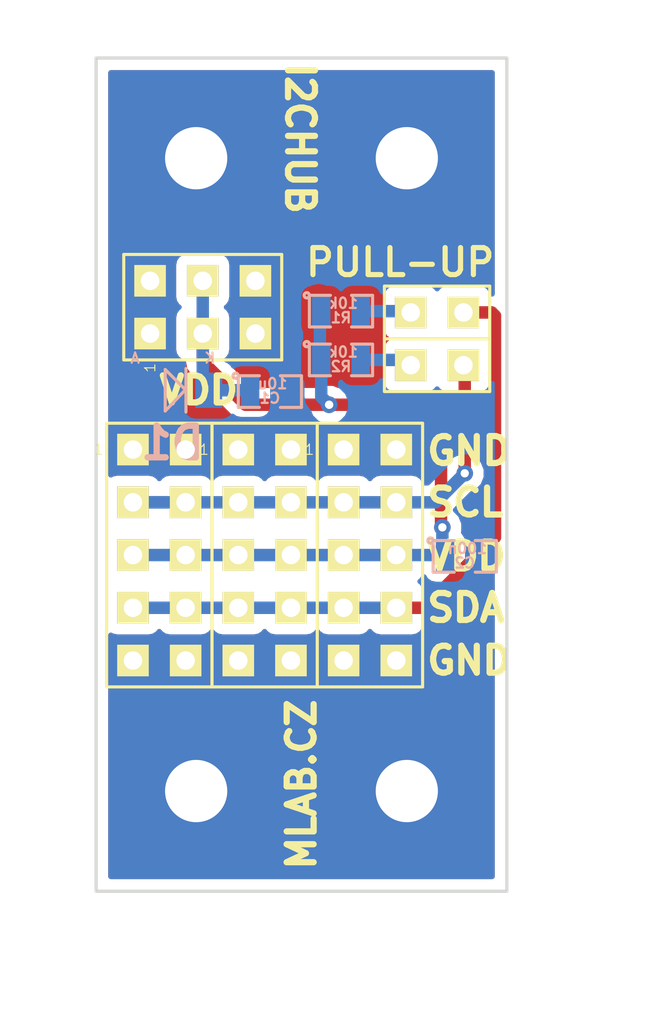
<source format=kicad_pcb>
(kicad_pcb (version 4) (host pcbnew 4.0.1-stable)

  (general
    (links 48)
    (no_connects 0)
    (area -4.3815 -43.18 27.114501 6.159501)
    (thickness 1.6)
    (drawings 13)
    (tracks 61)
    (zones 0)
    (modules 15)
    (nets 7)
  )

  (page A4)
  (layers
    (0 F.Cu signal)
    (31 B.Cu signal)
    (32 B.Adhes user)
    (33 F.Adhes user)
    (34 B.Paste user)
    (35 F.Paste user)
    (36 B.SilkS user)
    (37 F.SilkS user)
    (38 B.Mask user)
    (39 F.Mask user)
    (40 Dwgs.User user)
    (41 Cmts.User user)
    (42 Eco1.User user)
    (43 Eco2.User user)
    (44 Edge.Cuts user)
    (45 Margin user)
    (46 B.CrtYd user)
    (47 F.CrtYd user)
    (48 B.Fab user)
    (49 F.Fab user)
  )

  (setup
    (last_trace_width 0.25)
    (user_trace_width 0.3)
    (user_trace_width 0.4)
    (user_trace_width 0.5)
    (user_trace_width 0.6)
    (trace_clearance 0.2)
    (zone_clearance 0.508)
    (zone_45_only no)
    (trace_min 0.25)
    (segment_width 0.2)
    (edge_width 0.15)
    (via_size 0.8)
    (via_drill 0.4)
    (via_min_size 0.7)
    (via_min_drill 0.3)
    (uvia_size 0.3)
    (uvia_drill 0.1)
    (uvias_allowed no)
    (uvia_min_size 0.3)
    (uvia_min_drill 0.1)
    (pcb_text_width 0.3)
    (pcb_text_size 1.5 1.5)
    (mod_edge_width 0.15)
    (mod_text_size 1 1)
    (mod_text_width 0.15)
    (pad_size 1.524 1.524)
    (pad_drill 0.762)
    (pad_to_mask_clearance 0.1)
    (solder_mask_min_width 0.1)
    (aux_axis_origin 0 0)
    (visible_elements 7FFFFF7F)
    (pcbplotparams
      (layerselection 0x010e0_80000001)
      (usegerberextensions false)
      (excludeedgelayer true)
      (linewidth 0.500000)
      (plotframeref false)
      (viasonmask false)
      (mode 1)
      (useauxorigin false)
      (hpglpennumber 1)
      (hpglpenspeed 20)
      (hpglpendiameter 15)
      (hpglpenoverlay 2)
      (psnegative false)
      (psa4output false)
      (plotreference true)
      (plotvalue true)
      (plotinvisibletext false)
      (padsonsilk false)
      (subtractmaskfromsilk false)
      (outputformat 1)
      (mirror false)
      (drillshape 0)
      (scaleselection 1)
      (outputdirectory ../CAM_PROFI/))
  )

  (net 0 "")
  (net 1 VCC)
  (net 2 GND)
  (net 3 /SCL)
  (net 4 /SDA)
  (net 5 "Net-(J5-Pad1)")
  (net 6 "Net-(J6-Pad1)")

  (net_class Default "Toto je výchozí třída sítě."
    (clearance 0.2)
    (trace_width 0.25)
    (via_dia 0.8)
    (via_drill 0.4)
    (uvia_dia 0.3)
    (uvia_drill 0.1)
    (add_net /SCL)
    (add_net /SDA)
    (add_net GND)
    (add_net "Net-(J5-Pad1)")
    (add_net "Net-(J6-Pad1)")
    (add_net VCC)
  )

  (module Mlab_R:SMD-0805 (layer B.Cu) (tedit 54799E0C) (tstamp 57171457)
    (at 8.636 -24.3205)
    (path /57171090)
    (attr smd)
    (fp_text reference C1 (at 0 0.3175) (layer B.SilkS)
      (effects (font (size 0.50038 0.50038) (thickness 0.10922)) (justify mirror))
    )
    (fp_text value 10u (at 0.127 -0.381) (layer B.SilkS)
      (effects (font (size 0.50038 0.50038) (thickness 0.10922)) (justify mirror))
    )
    (fp_circle (center -1.651 -0.762) (end -1.651 -0.635) (layer B.SilkS) (width 0.15))
    (fp_line (start -0.508 -0.762) (end -1.524 -0.762) (layer B.SilkS) (width 0.15))
    (fp_line (start -1.524 -0.762) (end -1.524 0.762) (layer B.SilkS) (width 0.15))
    (fp_line (start -1.524 0.762) (end -0.508 0.762) (layer B.SilkS) (width 0.15))
    (fp_line (start 0.508 0.762) (end 1.524 0.762) (layer B.SilkS) (width 0.15))
    (fp_line (start 1.524 0.762) (end 1.524 -0.762) (layer B.SilkS) (width 0.15))
    (fp_line (start 1.524 -0.762) (end 0.508 -0.762) (layer B.SilkS) (width 0.15))
    (pad 1 smd rect (at -0.9525 0) (size 0.889 1.397) (layers B.Cu B.Paste B.Mask)
      (net 1 VCC))
    (pad 2 smd rect (at 0.9525 0) (size 0.889 1.397) (layers B.Cu B.Paste B.Mask)
      (net 2 GND))
    (model MLAB_3D/Resistors/chip_cms.wrl
      (at (xyz 0 0 0))
      (scale (xyz 0.1 0.1 0.1))
      (rotate (xyz 0 0 0))
    )
  )

  (module Mlab_R:SMD-0805 (layer B.Cu) (tedit 54799E0C) (tstamp 5717145D)
    (at 18.034 -16.383)
    (path /57171174)
    (attr smd)
    (fp_text reference C2 (at 0 0.3175) (layer B.SilkS)
      (effects (font (size 0.50038 0.50038) (thickness 0.10922)) (justify mirror))
    )
    (fp_text value 100n (at 0.127 -0.381) (layer B.SilkS)
      (effects (font (size 0.50038 0.50038) (thickness 0.10922)) (justify mirror))
    )
    (fp_circle (center -1.651 -0.762) (end -1.651 -0.635) (layer B.SilkS) (width 0.15))
    (fp_line (start -0.508 -0.762) (end -1.524 -0.762) (layer B.SilkS) (width 0.15))
    (fp_line (start -1.524 -0.762) (end -1.524 0.762) (layer B.SilkS) (width 0.15))
    (fp_line (start -1.524 0.762) (end -0.508 0.762) (layer B.SilkS) (width 0.15))
    (fp_line (start 0.508 0.762) (end 1.524 0.762) (layer B.SilkS) (width 0.15))
    (fp_line (start 1.524 0.762) (end 1.524 -0.762) (layer B.SilkS) (width 0.15))
    (fp_line (start 1.524 -0.762) (end 0.508 -0.762) (layer B.SilkS) (width 0.15))
    (pad 1 smd rect (at -0.9525 0) (size 0.889 1.397) (layers B.Cu B.Paste B.Mask)
      (net 1 VCC))
    (pad 2 smd rect (at 0.9525 0) (size 0.889 1.397) (layers B.Cu B.Paste B.Mask)
      (net 2 GND))
    (model MLAB_3D/Resistors/chip_cms.wrl
      (at (xyz 0 0 0))
      (scale (xyz 0.1 0.1 0.1))
      (rotate (xyz 0 0 0))
    )
  )

  (module Mlab_D:Diode-MiniMELF_Standard (layer B.Cu) (tedit 547999ED) (tstamp 57171463)
    (at 3.937 -24.384)
    (descr "Diode Mini-MELF Standard")
    (tags "Diode Mini-MELF Standard")
    (path /57170ED2)
    (attr smd)
    (fp_text reference D1 (at 0 2.54) (layer B.SilkS)
      (effects (font (thickness 0.3048)) (justify mirror))
    )
    (fp_text value BZV55C (at 0 -3.81) (layer B.SilkS) hide
      (effects (font (thickness 0.3048)) (justify mirror))
    )
    (fp_line (start 0.65024 -0.0508) (end -0.35052 1.00076) (layer B.SilkS) (width 0.15))
    (fp_line (start -0.35052 1.00076) (end -0.35052 -1.00076) (layer B.SilkS) (width 0.15))
    (fp_line (start -0.35052 -1.00076) (end 0.65024 0) (layer B.SilkS) (width 0.15))
    (fp_line (start 0.65024 1.04902) (end 0.65024 -1.04902) (layer B.SilkS) (width 0.15))
    (fp_text user A (at -1.80086 -1.5494) (layer B.SilkS)
      (effects (font (size 0.50038 0.50038) (thickness 0.09906)) (justify mirror))
    )
    (fp_text user K (at 1.80086 -1.5494) (layer B.SilkS)
      (effects (font (size 0.50038 0.50038) (thickness 0.09906)) (justify mirror))
    )
    (fp_circle (center 0 0) (end 0 -0.55118) (layer B.Adhes) (width 0.381))
    (fp_circle (center 0 0) (end 0 -0.20066) (layer B.Adhes) (width 0.381))
    (pad 1 smd rect (at -1.75006 0) (size 1.30048 1.69926) (layers B.Cu B.Paste B.Mask)
      (net 2 GND))
    (pad 2 smd rect (at 1.75006 0) (size 1.30048 1.69926) (layers B.Cu B.Paste B.Mask)
      (net 1 VCC))
    (model MLAB_3D/Diodes/MiniMELF_DO213AA.wrl
      (at (xyz 0 0 0))
      (scale (xyz 0.3937 0.3937 0.3937))
      (rotate (xyz 0 0 0))
    )
  )

  (module Mlab_Pin_Headers:Straight_2x03 (layer F.Cu) (tedit 55DC1460) (tstamp 5717146D)
    (at 5.3975 -28.3845 90)
    (descr "pin header straight 2x03")
    (tags "pin header straight 2x03")
    (path /57170F7D)
    (fp_text reference J1 (at 0 -5.08 90) (layer F.SilkS) hide
      (effects (font (size 1.5 1.5) (thickness 0.15)))
    )
    (fp_text value JUMP_3X2 (at 0 5.08 90) (layer F.SilkS) hide
      (effects (font (size 1.5 1.5) (thickness 0.15)))
    )
    (fp_text user 1 (at -2.921 -2.54 90) (layer F.SilkS)
      (effects (font (size 0.5 0.5) (thickness 0.05)))
    )
    (fp_line (start -2.54 -3.81) (end 2.54 -3.81) (layer F.SilkS) (width 0.15))
    (fp_line (start 2.54 -3.81) (end 2.54 3.81) (layer F.SilkS) (width 0.15))
    (fp_line (start 2.54 3.81) (end -2.54 3.81) (layer F.SilkS) (width 0.15))
    (fp_line (start -2.54 3.81) (end -2.54 -3.81) (layer F.SilkS) (width 0.15))
    (pad 1 thru_hole rect (at -1.27 -2.54 90) (size 1.524 1.524) (drill 0.889) (layers *.Cu *.Mask F.SilkS)
      (net 2 GND))
    (pad 2 thru_hole rect (at 1.27 -2.54 90) (size 1.524 1.524) (drill 0.889) (layers *.Cu *.Mask F.SilkS)
      (net 2 GND))
    (pad 3 thru_hole rect (at -1.27 0 90) (size 1.524 1.524) (drill 0.889) (layers *.Cu *.Mask F.SilkS)
      (net 1 VCC))
    (pad 4 thru_hole rect (at 1.27 0 90) (size 1.524 1.524) (drill 0.889) (layers *.Cu *.Mask F.SilkS)
      (net 1 VCC))
    (pad 5 thru_hole rect (at -1.27 2.54 90) (size 1.524 1.524) (drill 0.889) (layers *.Cu *.Mask F.SilkS)
      (net 2 GND))
    (pad 6 thru_hole rect (at 1.27 2.54 90) (size 1.524 1.524) (drill 0.889) (layers *.Cu *.Mask F.SilkS)
      (net 2 GND))
    (model Pin_Headers/Pin_Header_Straight_2x03.wrl
      (at (xyz 0 0 0))
      (scale (xyz 1 1 1))
      (rotate (xyz 0 0 90))
    )
  )

  (module Mlab_Pin_Headers:Straight_2x05 (layer F.Cu) (tedit 57171A84) (tstamp 5717147B)
    (at 13.462 -16.4465)
    (descr "pin header straight 2x05")
    (tags "pin header straight 2x05")
    (path /5717146E)
    (fp_text reference J2 (at 0 -7.62) (layer F.SilkS) hide
      (effects (font (size 1.5 1.5) (thickness 0.15)))
    )
    (fp_text value JUMP_5X2 (at 0 7.62) (layer F.SilkS) hide
      (effects (font (size 1.5 1.5) (thickness 0.15)))
    )
    (fp_text user 1 (at -2.921 -5.08) (layer F.SilkS)
      (effects (font (size 0.5 0.5) (thickness 0.05)))
    )
    (fp_line (start -2.54 -6.35) (end 2.54 -6.35) (layer F.SilkS) (width 0.15))
    (fp_line (start 2.54 -6.35) (end 2.54 6.35) (layer F.SilkS) (width 0.15))
    (fp_line (start 2.54 6.35) (end -2.54 6.35) (layer F.SilkS) (width 0.15))
    (fp_line (start -2.54 6.35) (end -2.54 -6.35) (layer F.SilkS) (width 0.15))
    (pad 1 thru_hole rect (at -1.27 -5.08) (size 1.524 1.524) (drill 0.889) (layers *.Cu *.Mask F.SilkS)
      (net 2 GND))
    (pad 2 thru_hole rect (at 1.27 -5.08) (size 1.524 1.524) (drill 0.889) (layers *.Cu *.Mask F.SilkS)
      (net 2 GND))
    (pad 3 thru_hole rect (at -1.27 -2.54) (size 1.524 1.524) (drill 0.889) (layers *.Cu *.Mask F.SilkS)
      (net 3 /SCL))
    (pad 4 thru_hole rect (at 1.27 -2.54) (size 1.524 1.524) (drill 0.889) (layers *.Cu *.Mask F.SilkS)
      (net 3 /SCL))
    (pad 5 thru_hole rect (at -1.27 0) (size 1.524 1.524) (drill 0.889) (layers *.Cu *.Mask F.SilkS)
      (net 1 VCC))
    (pad 6 thru_hole rect (at 1.27 0) (size 1.524 1.524) (drill 0.889) (layers *.Cu *.Mask F.SilkS)
      (net 1 VCC))
    (pad 7 thru_hole rect (at -1.27 2.54) (size 1.524 1.524) (drill 0.889) (layers *.Cu *.Mask F.SilkS)
      (net 4 /SDA))
    (pad 8 thru_hole rect (at 1.27 2.54) (size 1.524 1.524) (drill 0.889) (layers *.Cu *.Mask F.SilkS)
      (net 4 /SDA))
    (pad 9 thru_hole rect (at -1.27 5.08) (size 1.524 1.524) (drill 0.889) (layers *.Cu *.Mask F.SilkS)
      (net 2 GND))
    (pad 10 thru_hole rect (at 1.27 5.08) (size 1.524 1.524) (drill 0.889) (layers *.Cu *.Mask F.SilkS)
      (net 2 GND))
    (model Pin_Headers/Pin_Header_Straight_2x05.wrl
      (at (xyz 0 0 0))
      (scale (xyz 1 1 1))
      (rotate (xyz 0 0 90))
    )
  )

  (module Mlab_Pin_Headers:Straight_2x05 (layer F.Cu) (tedit 57171A87) (tstamp 57171489)
    (at 8.382 -16.4465)
    (descr "pin header straight 2x05")
    (tags "pin header straight 2x05")
    (path /57171BD0)
    (fp_text reference J3 (at 0 -7.62) (layer F.SilkS) hide
      (effects (font (size 1.5 1.5) (thickness 0.15)))
    )
    (fp_text value JUMP_5X2 (at 0 7.62) (layer F.SilkS) hide
      (effects (font (size 1.5 1.5) (thickness 0.15)))
    )
    (fp_text user 1 (at -2.921 -5.08) (layer F.SilkS)
      (effects (font (size 0.5 0.5) (thickness 0.05)))
    )
    (fp_line (start -2.54 -6.35) (end 2.54 -6.35) (layer F.SilkS) (width 0.15))
    (fp_line (start 2.54 -6.35) (end 2.54 6.35) (layer F.SilkS) (width 0.15))
    (fp_line (start 2.54 6.35) (end -2.54 6.35) (layer F.SilkS) (width 0.15))
    (fp_line (start -2.54 6.35) (end -2.54 -6.35) (layer F.SilkS) (width 0.15))
    (pad 1 thru_hole rect (at -1.27 -5.08) (size 1.524 1.524) (drill 0.889) (layers *.Cu *.Mask F.SilkS)
      (net 2 GND))
    (pad 2 thru_hole rect (at 1.27 -5.08) (size 1.524 1.524) (drill 0.889) (layers *.Cu *.Mask F.SilkS)
      (net 2 GND))
    (pad 3 thru_hole rect (at -1.27 -2.54) (size 1.524 1.524) (drill 0.889) (layers *.Cu *.Mask F.SilkS)
      (net 3 /SCL))
    (pad 4 thru_hole rect (at 1.27 -2.54) (size 1.524 1.524) (drill 0.889) (layers *.Cu *.Mask F.SilkS)
      (net 3 /SCL))
    (pad 5 thru_hole rect (at -1.27 0) (size 1.524 1.524) (drill 0.889) (layers *.Cu *.Mask F.SilkS)
      (net 1 VCC))
    (pad 6 thru_hole rect (at 1.27 0) (size 1.524 1.524) (drill 0.889) (layers *.Cu *.Mask F.SilkS)
      (net 1 VCC))
    (pad 7 thru_hole rect (at -1.27 2.54) (size 1.524 1.524) (drill 0.889) (layers *.Cu *.Mask F.SilkS)
      (net 4 /SDA))
    (pad 8 thru_hole rect (at 1.27 2.54) (size 1.524 1.524) (drill 0.889) (layers *.Cu *.Mask F.SilkS)
      (net 4 /SDA))
    (pad 9 thru_hole rect (at -1.27 5.08) (size 1.524 1.524) (drill 0.889) (layers *.Cu *.Mask F.SilkS)
      (net 2 GND))
    (pad 10 thru_hole rect (at 1.27 5.08) (size 1.524 1.524) (drill 0.889) (layers *.Cu *.Mask F.SilkS)
      (net 2 GND))
    (model Pin_Headers/Pin_Header_Straight_2x05.wrl
      (at (xyz 0 0 0))
      (scale (xyz 1 1 1))
      (rotate (xyz 0 0 90))
    )
  )

  (module Mlab_Pin_Headers:Straight_2x05 (layer F.Cu) (tedit 57171A89) (tstamp 57171497)
    (at 3.302 -16.4465)
    (descr "pin header straight 2x05")
    (tags "pin header straight 2x05")
    (path /57171EE0)
    (fp_text reference J4 (at 0 -7.62) (layer F.SilkS) hide
      (effects (font (size 1.5 1.5) (thickness 0.15)))
    )
    (fp_text value JUMP_5X2 (at 0 7.62) (layer F.SilkS) hide
      (effects (font (size 1.5 1.5) (thickness 0.15)))
    )
    (fp_text user 1 (at -2.921 -5.08) (layer F.SilkS)
      (effects (font (size 0.5 0.5) (thickness 0.05)))
    )
    (fp_line (start -2.54 -6.35) (end 2.54 -6.35) (layer F.SilkS) (width 0.15))
    (fp_line (start 2.54 -6.35) (end 2.54 6.35) (layer F.SilkS) (width 0.15))
    (fp_line (start 2.54 6.35) (end -2.54 6.35) (layer F.SilkS) (width 0.15))
    (fp_line (start -2.54 6.35) (end -2.54 -6.35) (layer F.SilkS) (width 0.15))
    (pad 1 thru_hole rect (at -1.27 -5.08) (size 1.524 1.524) (drill 0.889) (layers *.Cu *.Mask F.SilkS)
      (net 2 GND))
    (pad 2 thru_hole rect (at 1.27 -5.08) (size 1.524 1.524) (drill 0.889) (layers *.Cu *.Mask F.SilkS)
      (net 2 GND))
    (pad 3 thru_hole rect (at -1.27 -2.54) (size 1.524 1.524) (drill 0.889) (layers *.Cu *.Mask F.SilkS)
      (net 3 /SCL))
    (pad 4 thru_hole rect (at 1.27 -2.54) (size 1.524 1.524) (drill 0.889) (layers *.Cu *.Mask F.SilkS)
      (net 3 /SCL))
    (pad 5 thru_hole rect (at -1.27 0) (size 1.524 1.524) (drill 0.889) (layers *.Cu *.Mask F.SilkS)
      (net 1 VCC))
    (pad 6 thru_hole rect (at 1.27 0) (size 1.524 1.524) (drill 0.889) (layers *.Cu *.Mask F.SilkS)
      (net 1 VCC))
    (pad 7 thru_hole rect (at -1.27 2.54) (size 1.524 1.524) (drill 0.889) (layers *.Cu *.Mask F.SilkS)
      (net 4 /SDA))
    (pad 8 thru_hole rect (at 1.27 2.54) (size 1.524 1.524) (drill 0.889) (layers *.Cu *.Mask F.SilkS)
      (net 4 /SDA))
    (pad 9 thru_hole rect (at -1.27 5.08) (size 1.524 1.524) (drill 0.889) (layers *.Cu *.Mask F.SilkS)
      (net 2 GND))
    (pad 10 thru_hole rect (at 1.27 5.08) (size 1.524 1.524) (drill 0.889) (layers *.Cu *.Mask F.SilkS)
      (net 2 GND))
    (model Pin_Headers/Pin_Header_Straight_2x05.wrl
      (at (xyz 0 0 0))
      (scale (xyz 1 1 1))
      (rotate (xyz 0 0 90))
    )
  )

  (module Mlab_Pin_Headers:Straight_1x02 (layer F.Cu) (tedit 5535DB0D) (tstamp 5717149D)
    (at 16.7005 -28.1305 90)
    (descr "pin header straight 1x02")
    (tags "pin header straight 1x02")
    (path /5717206A)
    (fp_text reference J5 (at 0 -3.81 90) (layer F.SilkS) hide
      (effects (font (size 1.5 1.5) (thickness 0.15)))
    )
    (fp_text value CONN_2 (at 0 3.81 90) (layer F.SilkS) hide
      (effects (font (size 1.5 1.5) (thickness 0.15)))
    )
    (fp_text user 1 (at -1.651 -1.27 90) (layer F.SilkS) hide
      (effects (font (size 0.5 0.5) (thickness 0.05)))
    )
    (fp_line (start -1.27 -2.54) (end 1.27 -2.54) (layer F.SilkS) (width 0.15))
    (fp_line (start 1.27 -2.54) (end 1.27 2.54) (layer F.SilkS) (width 0.15))
    (fp_line (start 1.27 2.54) (end -1.27 2.54) (layer F.SilkS) (width 0.15))
    (fp_line (start -1.27 2.54) (end -1.27 -2.54) (layer F.SilkS) (width 0.15))
    (pad 2 thru_hole rect (at 0 1.27 90) (size 1.524 1.524) (drill 0.889) (layers *.Cu *.Mask F.SilkS)
      (net 4 /SDA))
    (pad 1 thru_hole rect (at 0 -1.27 90) (size 1.524 1.524) (drill 0.889) (layers *.Cu *.Mask F.SilkS)
      (net 5 "Net-(J5-Pad1)"))
    (model Pin_Headers/Pin_Header_Straight_1x02.wrl
      (at (xyz 0 0 0))
      (scale (xyz 1 1 1))
      (rotate (xyz 0 0 90))
    )
  )

  (module Mlab_Pin_Headers:Straight_1x02 (layer F.Cu) (tedit 5535DB0D) (tstamp 571714A3)
    (at 16.7005 -25.5905 90)
    (descr "pin header straight 1x02")
    (tags "pin header straight 1x02")
    (path /57172A33)
    (fp_text reference J6 (at 0 -3.81 90) (layer F.SilkS) hide
      (effects (font (size 1.5 1.5) (thickness 0.15)))
    )
    (fp_text value CONN_2 (at 0 3.81 90) (layer F.SilkS) hide
      (effects (font (size 1.5 1.5) (thickness 0.15)))
    )
    (fp_text user 1 (at -1.651 -1.27 90) (layer F.SilkS) hide
      (effects (font (size 0.5 0.5) (thickness 0.05)))
    )
    (fp_line (start -1.27 -2.54) (end 1.27 -2.54) (layer F.SilkS) (width 0.15))
    (fp_line (start 1.27 -2.54) (end 1.27 2.54) (layer F.SilkS) (width 0.15))
    (fp_line (start 1.27 2.54) (end -1.27 2.54) (layer F.SilkS) (width 0.15))
    (fp_line (start -1.27 2.54) (end -1.27 -2.54) (layer F.SilkS) (width 0.15))
    (pad 2 thru_hole rect (at 0 1.27 90) (size 1.524 1.524) (drill 0.889) (layers *.Cu *.Mask F.SilkS)
      (net 3 /SCL))
    (pad 1 thru_hole rect (at 0 -1.27 90) (size 1.524 1.524) (drill 0.889) (layers *.Cu *.Mask F.SilkS)
      (net 6 "Net-(J6-Pad1)"))
    (model Pin_Headers/Pin_Header_Straight_1x02.wrl
      (at (xyz 0 0 0))
      (scale (xyz 1 1 1))
      (rotate (xyz 0 0 90))
    )
  )

  (module Mlab_R:SMD-0805 (layer B.Cu) (tedit 54799E0C) (tstamp 571714A9)
    (at 12.065 -28.194)
    (path /571722B3)
    (attr smd)
    (fp_text reference R1 (at 0 0.3175) (layer B.SilkS)
      (effects (font (size 0.50038 0.50038) (thickness 0.10922)) (justify mirror))
    )
    (fp_text value 10k (at 0.127 -0.381) (layer B.SilkS)
      (effects (font (size 0.50038 0.50038) (thickness 0.10922)) (justify mirror))
    )
    (fp_circle (center -1.651 -0.762) (end -1.651 -0.635) (layer B.SilkS) (width 0.15))
    (fp_line (start -0.508 -0.762) (end -1.524 -0.762) (layer B.SilkS) (width 0.15))
    (fp_line (start -1.524 -0.762) (end -1.524 0.762) (layer B.SilkS) (width 0.15))
    (fp_line (start -1.524 0.762) (end -0.508 0.762) (layer B.SilkS) (width 0.15))
    (fp_line (start 0.508 0.762) (end 1.524 0.762) (layer B.SilkS) (width 0.15))
    (fp_line (start 1.524 0.762) (end 1.524 -0.762) (layer B.SilkS) (width 0.15))
    (fp_line (start 1.524 -0.762) (end 0.508 -0.762) (layer B.SilkS) (width 0.15))
    (pad 1 smd rect (at -0.9525 0) (size 0.889 1.397) (layers B.Cu B.Paste B.Mask)
      (net 1 VCC))
    (pad 2 smd rect (at 0.9525 0) (size 0.889 1.397) (layers B.Cu B.Paste B.Mask)
      (net 5 "Net-(J5-Pad1)"))
    (model MLAB_3D/Resistors/chip_cms.wrl
      (at (xyz 0 0 0))
      (scale (xyz 0.1 0.1 0.1))
      (rotate (xyz 0 0 0))
    )
  )

  (module Mlab_R:SMD-0805 (layer B.Cu) (tedit 54799E0C) (tstamp 571714AF)
    (at 12.065 -25.8445)
    (path /57172A39)
    (attr smd)
    (fp_text reference R2 (at 0 0.3175) (layer B.SilkS)
      (effects (font (size 0.50038 0.50038) (thickness 0.10922)) (justify mirror))
    )
    (fp_text value 10k (at 0.127 -0.381) (layer B.SilkS)
      (effects (font (size 0.50038 0.50038) (thickness 0.10922)) (justify mirror))
    )
    (fp_circle (center -1.651 -0.762) (end -1.651 -0.635) (layer B.SilkS) (width 0.15))
    (fp_line (start -0.508 -0.762) (end -1.524 -0.762) (layer B.SilkS) (width 0.15))
    (fp_line (start -1.524 -0.762) (end -1.524 0.762) (layer B.SilkS) (width 0.15))
    (fp_line (start -1.524 0.762) (end -0.508 0.762) (layer B.SilkS) (width 0.15))
    (fp_line (start 0.508 0.762) (end 1.524 0.762) (layer B.SilkS) (width 0.15))
    (fp_line (start 1.524 0.762) (end 1.524 -0.762) (layer B.SilkS) (width 0.15))
    (fp_line (start 1.524 -0.762) (end 0.508 -0.762) (layer B.SilkS) (width 0.15))
    (pad 1 smd rect (at -0.9525 0) (size 0.889 1.397) (layers B.Cu B.Paste B.Mask)
      (net 1 VCC))
    (pad 2 smd rect (at 0.9525 0) (size 0.889 1.397) (layers B.Cu B.Paste B.Mask)
      (net 6 "Net-(J6-Pad1)"))
    (model MLAB_3D/Resistors/chip_cms.wrl
      (at (xyz 0 0 0))
      (scale (xyz 0.1 0.1 0.1))
      (rotate (xyz 0 0 0))
    )
  )

  (module Mlab_Mechanical:MountingHole_3mm placed (layer F.Cu) (tedit 5535DB2C) (tstamp 57171523)
    (at 5.08 -35.56)
    (descr "Mounting hole, Befestigungsbohrung, 3mm, No Annular, Kein Restring,")
    (tags "Mounting hole, Befestigungsbohrung, 3mm, No Annular, Kein Restring,")
    (path /57171550)
    (fp_text reference M1 (at 0 -4.191) (layer F.SilkS) hide
      (effects (font (thickness 0.3048)))
    )
    (fp_text value HOLE (at 0 4.191) (layer F.SilkS) hide
      (effects (font (thickness 0.3048)))
    )
    (fp_circle (center 0 0) (end 2.99974 0) (layer Cmts.User) (width 0.381))
    (pad 1 thru_hole circle (at 0 0) (size 6 6) (drill 3) (layers *.Cu *.Adhes *.Mask)
      (net 2 GND) (clearance 1) (zone_connect 2))
  )

  (module Mlab_Mechanical:MountingHole_3mm placed (layer F.Cu) (tedit 5535DB2C) (tstamp 57171528)
    (at 15.24 -35.56)
    (descr "Mounting hole, Befestigungsbohrung, 3mm, No Annular, Kein Restring,")
    (tags "Mounting hole, Befestigungsbohrung, 3mm, No Annular, Kein Restring,")
    (path /57171FF5)
    (fp_text reference M2 (at 0 -4.191) (layer F.SilkS) hide
      (effects (font (thickness 0.3048)))
    )
    (fp_text value HOLE (at 0 4.191) (layer F.SilkS) hide
      (effects (font (thickness 0.3048)))
    )
    (fp_circle (center 0 0) (end 2.99974 0) (layer Cmts.User) (width 0.381))
    (pad 1 thru_hole circle (at 0 0) (size 6 6) (drill 3) (layers *.Cu *.Adhes *.Mask)
      (net 2 GND) (clearance 1) (zone_connect 2))
  )

  (module Mlab_Mechanical:MountingHole_3mm placed (layer F.Cu) (tedit 5535DB2C) (tstamp 5717152D)
    (at 15.24 -5.08)
    (descr "Mounting hole, Befestigungsbohrung, 3mm, No Annular, Kein Restring,")
    (tags "Mounting hole, Befestigungsbohrung, 3mm, No Annular, Kein Restring,")
    (path /57171F7F)
    (fp_text reference M3 (at 0 -4.191) (layer F.SilkS) hide
      (effects (font (thickness 0.3048)))
    )
    (fp_text value HOLE (at 0 4.191) (layer F.SilkS) hide
      (effects (font (thickness 0.3048)))
    )
    (fp_circle (center 0 0) (end 2.99974 0) (layer Cmts.User) (width 0.381))
    (pad 1 thru_hole circle (at 0 0) (size 6 6) (drill 3) (layers *.Cu *.Adhes *.Mask)
      (net 2 GND) (clearance 1) (zone_connect 2))
  )

  (module Mlab_Mechanical:MountingHole_3mm placed (layer F.Cu) (tedit 5535DB2C) (tstamp 57171532)
    (at 5.08 -5.08)
    (descr "Mounting hole, Befestigungsbohrung, 3mm, No Annular, Kein Restring,")
    (tags "Mounting hole, Befestigungsbohrung, 3mm, No Annular, Kein Restring,")
    (path /57172003)
    (fp_text reference M4 (at 0 -4.191) (layer F.SilkS) hide
      (effects (font (thickness 0.3048)))
    )
    (fp_text value HOLE (at 0 4.191) (layer F.SilkS) hide
      (effects (font (thickness 0.3048)))
    )
    (fp_circle (center 0 0) (end 2.99974 0) (layer Cmts.User) (width 0.381))
    (pad 1 thru_hole circle (at 0 0) (size 6 6) (drill 3) (layers *.Cu *.Adhes *.Mask)
      (net 2 GND) (clearance 1) (zone_connect 2))
  )

  (gr_text I2CHUB (at 10.0965 -36.5125 270) (layer F.SilkS)
    (effects (font (size 1.3 1.3) (thickness 0.3)))
  )
  (gr_text MLAB.CZ (at 10.16 -5.3975 90) (layer F.SilkS)
    (effects (font (size 1.3 1.3) (thickness 0.3)))
  )
  (gr_text GND (at 16.0655 -11.3665) (layer F.SilkS)
    (effects (font (size 1.3 1.3) (thickness 0.3)) (justify left))
  )
  (gr_text SDA (at 16.0655 -13.9065) (layer F.SilkS)
    (effects (font (size 1.3 1.3) (thickness 0.3)) (justify left))
  )
  (gr_text GND (at 16.0655 -21.463) (layer F.SilkS)
    (effects (font (size 1.3 1.3) (thickness 0.3)) (justify left))
  )
  (gr_text SCL (at 16.0655 -18.9865) (layer F.SilkS)
    (effects (font (size 1.3 1.3) (thickness 0.3)) (justify left))
  )
  (gr_text VDD (at 16.0655 -16.383) (layer F.SilkS)
    (effects (font (size 1.3 1.3) (thickness 0.3)) (justify left))
  )
  (gr_text PULL-UP (at 14.9225 -30.5435) (layer F.SilkS)
    (effects (font (size 1.3 1.3) (thickness 0.25)))
  )
  (gr_text VDD (at 5.207 -24.384) (layer F.SilkS)
    (effects (font (size 1.3 1.3) (thickness 0.3)))
  )
  (gr_line (start 0.254 -0.254) (end 0.254 -40.386) (angle 90) (layer Edge.Cuts) (width 0.15))
  (gr_line (start 0.254 -0.254) (end 20.066 -0.254) (angle 90) (layer Edge.Cuts) (width 0.15))
  (gr_line (start 20.066 -40.386) (end 20.066 -0.254) (angle 90) (layer Edge.Cuts) (width 0.15))
  (gr_line (start 0.254 -40.386) (end 20.066 -40.386) (angle 90) (layer Edge.Cuts) (width 0.15))

  (segment (start 16.9545 -17.78) (end 16.9545 -16.51) (width 0.6) (layer B.Cu) (net 1))
  (segment (start 16.9545 -16.51) (end 17.0815 -16.383) (width 0.6) (layer B.Cu) (net 1))
  (segment (start 16.891 -23.114) (end 16.891 -17.8435) (width 0.6) (layer F.Cu) (net 1))
  (segment (start 16.891 -17.8435) (end 16.9545 -17.78) (width 0.6) (layer F.Cu) (net 1))
  (via (at 16.9545 -17.78) (size 0.8) (drill 0.4) (layers F.Cu B.Cu) (net 1))
  (segment (start 14.997002 -23.6855) (end 16.3195 -23.6855) (width 0.6) (layer F.Cu) (net 1))
  (segment (start 16.3195 -23.6855) (end 16.891 -23.114) (width 0.6) (layer F.Cu) (net 1))
  (segment (start 11.4935 -23.6855) (end 14.997002 -23.6855) (width 0.6) (layer F.Cu) (net 1))
  (segment (start 16.891 -16.5735) (end 17.0815 -16.383) (width 0.6) (layer B.Cu) (net 1))
  (segment (start 11.1125 -25.8445) (end 11.1125 -24.0665) (width 0.6) (layer B.Cu) (net 1))
  (segment (start 11.1125 -24.0665) (end 11.4935 -23.6855) (width 0.6) (layer B.Cu) (net 1))
  (via (at 11.4935 -23.6855) (size 0.8) (drill 0.4) (layers F.Cu B.Cu) (net 1))
  (segment (start 11.4935 -23.6855) (end 7.4645 -23.6855) (width 0.6) (layer F.Cu) (net 1))
  (segment (start 7.4645 -23.6855) (end 5.3975 -25.7525) (width 0.6) (layer F.Cu) (net 1))
  (segment (start 5.3975 -25.7525) (end 5.3975 -27.1145) (width 0.6) (layer F.Cu) (net 1))
  (via (at 11.4935 -23.6855) (size 0.8) (drill 0.4) (layers F.Cu B.Cu) (net 1))
  (segment (start 14.732 -16.4465) (end 17.018 -16.4465) (width 0.6) (layer B.Cu) (net 1))
  (segment (start 17.018 -16.4465) (end 17.0815 -16.383) (width 0.6) (layer B.Cu) (net 1))
  (segment (start 7.112 -16.4465) (end 14.732 -16.4465) (width 0.6) (layer B.Cu) (net 1))
  (segment (start 7.112 -16.4465) (end 8.001 -16.4465) (width 0.5) (layer B.Cu) (net 1))
  (segment (start 8.001 -16.4465) (end 9.652 -16.4465) (width 0.5) (layer B.Cu) (net 1))
  (segment (start 4.572 -16.4465) (end 8.001 -16.4465) (width 0.6) (layer B.Cu) (net 1))
  (segment (start 2.032 -16.4465) (end 4.572 -16.4465) (width 0.6) (layer B.Cu) (net 1))
  (segment (start 11.049 -28.6385) (end 11.049 -26.2255) (width 0.6) (layer B.Cu) (net 1))
  (segment (start 10.9855 -28.702) (end 11.049 -28.6385) (width 0.6) (layer B.Cu) (net 1))
  (segment (start 5.68706 -24.384) (end 7.62 -24.384) (width 0.6) (layer B.Cu) (net 1))
  (segment (start 7.62 -24.384) (end 7.6835 -24.3205) (width 0.6) (layer B.Cu) (net 1))
  (segment (start 5.3975 -27.1145) (end 5.3975 -24.67356) (width 0.6) (layer B.Cu) (net 1))
  (segment (start 5.3975 -24.67356) (end 5.68706 -24.384) (width 0.6) (layer B.Cu) (net 1))
  (segment (start 5.3975 -29.6545) (end 5.3975 -27.1145) (width 0.6) (layer B.Cu) (net 1))
  (segment (start 12.192 -16.4465) (end 14.732 -16.4465) (width 0.5) (layer B.Cu) (net 1))
  (segment (start 9.652 -16.4465) (end 12.192 -16.4465) (width 0.5) (layer B.Cu) (net 1))
  (segment (start 4.572 -16.4465) (end 7.112 -16.4465) (width 0.5) (layer B.Cu) (net 1))
  (segment (start 18.034 -20.3835) (end 18.034 -25.527) (width 0.6) (layer F.Cu) (net 3))
  (segment (start 18.034 -25.527) (end 17.9705 -25.5905) (width 0.6) (layer F.Cu) (net 3))
  (segment (start 14.732 -18.9865) (end 16.637 -18.9865) (width 0.6) (layer B.Cu) (net 3))
  (segment (start 16.637 -18.9865) (end 18.034 -20.3835) (width 0.6) (layer B.Cu) (net 3))
  (via (at 18.034 -20.3835) (size 0.8) (drill 0.4) (layers F.Cu B.Cu) (net 3))
  (segment (start 17.907 -25.527) (end 17.9705 -25.5905) (width 0.6) (layer F.Cu) (net 3))
  (segment (start 9.652 -18.9865) (end 12.192 -18.9865) (width 0.6) (layer B.Cu) (net 3))
  (segment (start 7.112 -18.9865) (end 9.652 -18.9865) (width 0.6) (layer B.Cu) (net 3))
  (segment (start 4.572 -18.9865) (end 7.112 -18.9865) (width 0.6) (layer B.Cu) (net 3))
  (segment (start 2.032 -18.9865) (end 4.572 -18.9865) (width 0.6) (layer B.Cu) (net 3))
  (segment (start 3.683 -18.9865) (end 4.572 -18.9865) (width 0.5) (layer B.Cu) (net 3))
  (segment (start 2.032 -18.9865) (end 3.683 -18.9865) (width 0.6) (layer B.Cu) (net 3))
  (segment (start 14.732 -18.9865) (end 12.192 -18.9865) (width 0.6) (layer B.Cu) (net 3))
  (segment (start 17.9705 -28.1305) (end 19.3325 -28.1305) (width 0.6) (layer F.Cu) (net 4))
  (segment (start 19.3325 -28.1305) (end 19.4945 -27.9685) (width 0.6) (layer F.Cu) (net 4))
  (segment (start 19.4945 -17.307) (end 16.094 -13.9065) (width 0.6) (layer F.Cu) (net 4))
  (segment (start 19.4945 -27.9685) (end 19.4945 -17.307) (width 0.6) (layer F.Cu) (net 4))
  (segment (start 16.094 -13.9065) (end 14.732 -13.9065) (width 0.6) (layer F.Cu) (net 4))
  (segment (start 2.032 -13.9065) (end 14.732 -13.9065) (width 0.6) (layer B.Cu) (net 4))
  (segment (start 12.192 -13.9065) (end 14.732 -13.9065) (width 0.5) (layer B.Cu) (net 4))
  (segment (start 9.652 -13.9065) (end 12.192 -13.9065) (width 0.5) (layer B.Cu) (net 4))
  (segment (start 7.112 -13.9065) (end 9.652 -13.9065) (width 0.5) (layer B.Cu) (net 4))
  (segment (start 4.572 -13.9065) (end 7.112 -13.9065) (width 0.5) (layer B.Cu) (net 4))
  (segment (start 2.032 -13.9065) (end 4.572 -13.9065) (width 0.5) (layer B.Cu) (net 4))
  (segment (start 13.0175 -28.194) (end 15.367 -28.194) (width 0.6) (layer B.Cu) (net 5))
  (segment (start 15.367 -28.194) (end 15.4305 -28.1305) (width 0.6) (layer B.Cu) (net 5))
  (segment (start 13.0175 -25.8445) (end 15.1765 -25.8445) (width 0.6) (layer B.Cu) (net 6))
  (segment (start 15.1765 -25.8445) (end 15.4305 -25.5905) (width 0.6) (layer B.Cu) (net 6))

  (zone (net 2) (net_name GND) (layer B.Cu) (tstamp 0) (hatch edge 0.508)
    (connect_pads yes (clearance 0.508))
    (min_thickness 0.254)
    (fill yes (arc_segments 16) (thermal_gap 0.508) (thermal_bridge_width 0.508))
    (polygon
      (pts
        (xy -1.2065 -41.148) (xy 21.844 -41.021) (xy 24.638 2.667) (xy -3.683 2.667)
      )
    )
    (filled_polygon
      (pts
        (xy 19.356 -29.01973) (xy 19.335662 -29.127817) (xy 19.19659 -29.343941) (xy 18.98439 -29.488931) (xy 18.7325 -29.53994)
        (xy 17.2085 -29.53994) (xy 16.973183 -29.495662) (xy 16.757059 -29.35659) (xy 16.701126 -29.27473) (xy 16.65659 -29.343941)
        (xy 16.44439 -29.488931) (xy 16.1925 -29.53994) (xy 14.6685 -29.53994) (xy 14.433183 -29.495662) (xy 14.217059 -29.35659)
        (xy 14.072069 -29.14439) (xy 14.068952 -29.129) (xy 14.064401 -29.129) (xy 13.92609 -29.343941) (xy 13.71389 -29.488931)
        (xy 13.462 -29.53994) (xy 12.573 -29.53994) (xy 12.337683 -29.495662) (xy 12.121559 -29.35659) (xy 12.065626 -29.27473)
        (xy 12.02109 -29.343941) (xy 11.80889 -29.488931) (xy 11.557 -29.53994) (xy 11.382052 -29.53994) (xy 11.343309 -29.565827)
        (xy 10.9855 -29.637) (xy 10.627691 -29.565827) (xy 10.55796 -29.519235) (xy 10.432683 -29.495662) (xy 10.216559 -29.35659)
        (xy 10.071569 -29.14439) (xy 10.02056 -28.8925) (xy 10.02056 -27.4955) (xy 10.064838 -27.260183) (xy 10.114 -27.183783)
        (xy 10.114 -26.85699) (xy 10.071569 -26.79489) (xy 10.02056 -26.543) (xy 10.02056 -25.146) (xy 10.064838 -24.910683)
        (xy 10.1775 -24.735601) (xy 10.1775 -24.0665) (xy 10.248673 -23.708691) (xy 10.451355 -23.405355) (xy 10.516158 -23.340552)
        (xy 10.615558 -23.099985) (xy 10.906454 -22.808581) (xy 11.286723 -22.65068) (xy 11.698471 -22.650321) (xy 12.079015 -22.807558)
        (xy 12.370419 -23.098454) (xy 12.52832 -23.478723) (xy 12.528679 -23.890471) (xy 12.371442 -24.271015) (xy 12.080546 -24.562419)
        (xy 12.0475 -24.576141) (xy 12.0475 -24.739075) (xy 12.064374 -24.76377) (xy 12.10891 -24.694559) (xy 12.32111 -24.549569)
        (xy 12.573 -24.49856) (xy 13.462 -24.49856) (xy 13.697317 -24.542838) (xy 13.913441 -24.68191) (xy 14.02106 -24.839416)
        (xy 14.02106 -24.8285) (xy 14.065338 -24.593183) (xy 14.20441 -24.377059) (xy 14.41661 -24.232069) (xy 14.6685 -24.18106)
        (xy 16.1925 -24.18106) (xy 16.427817 -24.225338) (xy 16.643941 -24.36441) (xy 16.699874 -24.44627) (xy 16.74441 -24.377059)
        (xy 16.95661 -24.232069) (xy 17.2085 -24.18106) (xy 18.7325 -24.18106) (xy 18.967817 -24.225338) (xy 19.183941 -24.36441)
        (xy 19.328931 -24.57661) (xy 19.356 -24.710281) (xy 19.356 -0.964) (xy 0.964 -0.964) (xy 0.964 -12.585041)
        (xy 1.01811 -12.548069) (xy 1.27 -12.49706) (xy 2.794 -12.49706) (xy 3.029317 -12.541338) (xy 3.245441 -12.68041)
        (xy 3.301374 -12.76227) (xy 3.34591 -12.693059) (xy 3.55811 -12.548069) (xy 3.81 -12.49706) (xy 5.334 -12.49706)
        (xy 5.569317 -12.541338) (xy 5.785441 -12.68041) (xy 5.841374 -12.76227) (xy 5.88591 -12.693059) (xy 6.09811 -12.548069)
        (xy 6.35 -12.49706) (xy 7.874 -12.49706) (xy 8.109317 -12.541338) (xy 8.325441 -12.68041) (xy 8.381374 -12.76227)
        (xy 8.42591 -12.693059) (xy 8.63811 -12.548069) (xy 8.89 -12.49706) (xy 10.414 -12.49706) (xy 10.649317 -12.541338)
        (xy 10.865441 -12.68041) (xy 10.921374 -12.76227) (xy 10.96591 -12.693059) (xy 11.17811 -12.548069) (xy 11.43 -12.49706)
        (xy 12.954 -12.49706) (xy 13.189317 -12.541338) (xy 13.405441 -12.68041) (xy 13.461374 -12.76227) (xy 13.50591 -12.693059)
        (xy 13.71811 -12.548069) (xy 13.97 -12.49706) (xy 15.494 -12.49706) (xy 15.729317 -12.541338) (xy 15.945441 -12.68041)
        (xy 16.090431 -12.89261) (xy 16.14144 -13.1445) (xy 16.14144 -14.6685) (xy 16.097162 -14.903817) (xy 15.95809 -15.119941)
        (xy 15.87623 -15.175874) (xy 15.945441 -15.22041) (xy 16.066778 -15.397993) (xy 16.17291 -15.233059) (xy 16.38511 -15.088069)
        (xy 16.637 -15.03706) (xy 17.526 -15.03706) (xy 17.761317 -15.081338) (xy 17.977441 -15.22041) (xy 18.122431 -15.43261)
        (xy 18.17344 -15.6845) (xy 18.17344 -17.0815) (xy 18.129162 -17.316817) (xy 17.99009 -17.532941) (xy 17.97646 -17.542254)
        (xy 17.98932 -17.573223) (xy 17.989679 -17.984971) (xy 17.832442 -18.365515) (xy 17.585589 -18.612799) (xy 18.378948 -19.406158)
        (xy 18.619515 -19.505558) (xy 18.910919 -19.796454) (xy 19.06882 -20.176723) (xy 19.069179 -20.588471) (xy 18.911942 -20.969015)
        (xy 18.621046 -21.260419) (xy 18.240777 -21.41832) (xy 17.829029 -21.418679) (xy 17.448485 -21.261442) (xy 17.157081 -20.970546)
        (xy 17.056479 -20.728269) (xy 16.24971 -19.9215) (xy 16.108888 -19.9215) (xy 16.097162 -19.983817) (xy 15.95809 -20.199941)
        (xy 15.74589 -20.344931) (xy 15.494 -20.39594) (xy 13.97 -20.39594) (xy 13.734683 -20.351662) (xy 13.518559 -20.21259)
        (xy 13.462626 -20.13073) (xy 13.41809 -20.199941) (xy 13.20589 -20.344931) (xy 12.954 -20.39594) (xy 11.43 -20.39594)
        (xy 11.194683 -20.351662) (xy 10.978559 -20.21259) (xy 10.922626 -20.13073) (xy 10.87809 -20.199941) (xy 10.66589 -20.344931)
        (xy 10.414 -20.39594) (xy 8.89 -20.39594) (xy 8.654683 -20.351662) (xy 8.438559 -20.21259) (xy 8.382626 -20.13073)
        (xy 8.33809 -20.199941) (xy 8.12589 -20.344931) (xy 7.874 -20.39594) (xy 6.35 -20.39594) (xy 6.114683 -20.351662)
        (xy 5.898559 -20.21259) (xy 5.842626 -20.13073) (xy 5.79809 -20.199941) (xy 5.58589 -20.344931) (xy 5.334 -20.39594)
        (xy 3.81 -20.39594) (xy 3.574683 -20.351662) (xy 3.358559 -20.21259) (xy 3.302626 -20.13073) (xy 3.25809 -20.199941)
        (xy 3.04589 -20.344931) (xy 2.794 -20.39594) (xy 1.27 -20.39594) (xy 1.034683 -20.351662) (xy 0.964 -20.306179)
        (xy 0.964 -30.4165) (xy 3.98806 -30.4165) (xy 3.98806 -28.8925) (xy 4.032338 -28.657183) (xy 4.17141 -28.441059)
        (xy 4.25327 -28.385126) (xy 4.184059 -28.34059) (xy 4.039069 -28.12839) (xy 3.98806 -27.8765) (xy 3.98806 -26.3525)
        (xy 4.032338 -26.117183) (xy 4.17141 -25.901059) (xy 4.38361 -25.756069) (xy 4.4625 -25.740093) (xy 4.4625 -25.517881)
        (xy 4.440389 -25.48552) (xy 4.38938 -25.23363) (xy 4.38938 -23.53437) (xy 4.433658 -23.299053) (xy 4.57273 -23.082929)
        (xy 4.78493 -22.937939) (xy 5.03682 -22.88693) (xy 6.3373 -22.88693) (xy 6.572617 -22.931208) (xy 6.788741 -23.07028)
        (xy 6.831049 -23.132201) (xy 6.98711 -23.025569) (xy 7.239 -22.97456) (xy 8.128 -22.97456) (xy 8.363317 -23.018838)
        (xy 8.579441 -23.15791) (xy 8.724431 -23.37011) (xy 8.77544 -23.622) (xy 8.77544 -25.019) (xy 8.731162 -25.254317)
        (xy 8.59209 -25.470441) (xy 8.37989 -25.615431) (xy 8.128 -25.66644) (xy 7.239 -25.66644) (xy 7.003683 -25.622162)
        (xy 6.889253 -25.548528) (xy 6.80139 -25.685071) (xy 6.58919 -25.830061) (xy 6.536763 -25.840678) (xy 6.610941 -25.88841)
        (xy 6.755931 -26.10061) (xy 6.80694 -26.3525) (xy 6.80694 -27.8765) (xy 6.762662 -28.111817) (xy 6.62359 -28.327941)
        (xy 6.54173 -28.383874) (xy 6.610941 -28.42841) (xy 6.755931 -28.64061) (xy 6.80694 -28.8925) (xy 6.80694 -30.4165)
        (xy 6.762662 -30.651817) (xy 6.62359 -30.867941) (xy 6.41139 -31.012931) (xy 6.1595 -31.06394) (xy 4.6355 -31.06394)
        (xy 4.400183 -31.019662) (xy 4.184059 -30.88059) (xy 4.039069 -30.66839) (xy 3.98806 -30.4165) (xy 0.964 -30.4165)
        (xy 0.964 -39.676) (xy 19.356 -39.676)
      )
    )
  )
  (zone (net 2) (net_name GND) (layer F.Cu) (tstamp 0) (hatch edge 0.508)
    (connect_pads yes (clearance 0.508))
    (min_thickness 0.254)
    (fill yes (arc_segments 16) (thermal_gap 0.508) (thermal_bridge_width 0.508))
    (polygon
      (pts
        (xy -2.7305 -42.799) (xy 23.8125 -43.18) (xy 27.1145 3.6195) (xy -4.3815 6.1595) (xy -2.794 -42.8625)
      )
    )
    (filled_polygon
      (pts
        (xy 19.356 -0.964) (xy 0.964 -0.964) (xy 0.964 -12.585041) (xy 1.01811 -12.548069) (xy 1.27 -12.49706)
        (xy 2.794 -12.49706) (xy 3.029317 -12.541338) (xy 3.245441 -12.68041) (xy 3.301374 -12.76227) (xy 3.34591 -12.693059)
        (xy 3.55811 -12.548069) (xy 3.81 -12.49706) (xy 5.334 -12.49706) (xy 5.569317 -12.541338) (xy 5.785441 -12.68041)
        (xy 5.841374 -12.76227) (xy 5.88591 -12.693059) (xy 6.09811 -12.548069) (xy 6.35 -12.49706) (xy 7.874 -12.49706)
        (xy 8.109317 -12.541338) (xy 8.325441 -12.68041) (xy 8.381374 -12.76227) (xy 8.42591 -12.693059) (xy 8.63811 -12.548069)
        (xy 8.89 -12.49706) (xy 10.414 -12.49706) (xy 10.649317 -12.541338) (xy 10.865441 -12.68041) (xy 10.921374 -12.76227)
        (xy 10.96591 -12.693059) (xy 11.17811 -12.548069) (xy 11.43 -12.49706) (xy 12.954 -12.49706) (xy 13.189317 -12.541338)
        (xy 13.405441 -12.68041) (xy 13.461374 -12.76227) (xy 13.50591 -12.693059) (xy 13.71811 -12.548069) (xy 13.97 -12.49706)
        (xy 15.494 -12.49706) (xy 15.729317 -12.541338) (xy 15.945441 -12.68041) (xy 16.090431 -12.89261) (xy 16.106927 -12.974071)
        (xy 16.451809 -13.042673) (xy 16.755145 -13.245355) (xy 19.356 -15.84621)
      )
    )
    (filled_polygon
      (pts
        (xy 19.356 -29.060826) (xy 19.347967 -29.062423) (xy 19.335662 -29.127817) (xy 19.19659 -29.343941) (xy 18.98439 -29.488931)
        (xy 18.7325 -29.53994) (xy 17.2085 -29.53994) (xy 16.973183 -29.495662) (xy 16.757059 -29.35659) (xy 16.701126 -29.27473)
        (xy 16.65659 -29.343941) (xy 16.44439 -29.488931) (xy 16.1925 -29.53994) (xy 14.6685 -29.53994) (xy 14.433183 -29.495662)
        (xy 14.217059 -29.35659) (xy 14.072069 -29.14439) (xy 14.02106 -28.8925) (xy 14.02106 -27.3685) (xy 14.065338 -27.133183)
        (xy 14.20441 -26.917059) (xy 14.28627 -26.861126) (xy 14.217059 -26.81659) (xy 14.072069 -26.60439) (xy 14.02106 -26.3525)
        (xy 14.02106 -24.8285) (xy 14.060198 -24.6205) (xy 11.940671 -24.6205) (xy 11.700277 -24.72032) (xy 11.288529 -24.720679)
        (xy 11.046076 -24.6205) (xy 7.85179 -24.6205) (xy 6.594475 -25.877815) (xy 6.610941 -25.88841) (xy 6.755931 -26.10061)
        (xy 6.80694 -26.3525) (xy 6.80694 -27.8765) (xy 6.762662 -28.111817) (xy 6.62359 -28.327941) (xy 6.54173 -28.383874)
        (xy 6.610941 -28.42841) (xy 6.755931 -28.64061) (xy 6.80694 -28.8925) (xy 6.80694 -30.4165) (xy 6.762662 -30.651817)
        (xy 6.62359 -30.867941) (xy 6.41139 -31.012931) (xy 6.1595 -31.06394) (xy 4.6355 -31.06394) (xy 4.400183 -31.019662)
        (xy 4.184059 -30.88059) (xy 4.039069 -30.66839) (xy 3.98806 -30.4165) (xy 3.98806 -28.8925) (xy 4.032338 -28.657183)
        (xy 4.17141 -28.441059) (xy 4.25327 -28.385126) (xy 4.184059 -28.34059) (xy 4.039069 -28.12839) (xy 3.98806 -27.8765)
        (xy 3.98806 -26.3525) (xy 4.032338 -26.117183) (xy 4.17141 -25.901059) (xy 4.38361 -25.756069) (xy 4.465071 -25.739573)
        (xy 4.533673 -25.394691) (xy 4.736355 -25.091355) (xy 6.803355 -23.024355) (xy 7.106691 -22.821673) (xy 7.4645 -22.7505)
        (xy 11.046329 -22.7505) (xy 11.286723 -22.65068) (xy 11.698471 -22.650321) (xy 11.940924 -22.7505) (xy 15.93221 -22.7505)
        (xy 15.956 -22.72671) (xy 15.956 -20.201369) (xy 15.74589 -20.344931) (xy 15.494 -20.39594) (xy 13.97 -20.39594)
        (xy 13.734683 -20.351662) (xy 13.518559 -20.21259) (xy 13.462626 -20.13073) (xy 13.41809 -20.199941) (xy 13.20589 -20.344931)
        (xy 12.954 -20.39594) (xy 11.43 -20.39594) (xy 11.194683 -20.351662) (xy 10.978559 -20.21259) (xy 10.922626 -20.13073)
        (xy 10.87809 -20.199941) (xy 10.66589 -20.344931) (xy 10.414 -20.39594) (xy 8.89 -20.39594) (xy 8.654683 -20.351662)
        (xy 8.438559 -20.21259) (xy 8.382626 -20.13073) (xy 8.33809 -20.199941) (xy 8.12589 -20.344931) (xy 7.874 -20.39594)
        (xy 6.35 -20.39594) (xy 6.114683 -20.351662) (xy 5.898559 -20.21259) (xy 5.842626 -20.13073) (xy 5.79809 -20.199941)
        (xy 5.58589 -20.344931) (xy 5.334 -20.39594) (xy 3.81 -20.39594) (xy 3.574683 -20.351662) (xy 3.358559 -20.21259)
        (xy 3.302626 -20.13073) (xy 3.25809 -20.199941) (xy 3.04589 -20.344931) (xy 2.794 -20.39594) (xy 1.27 -20.39594)
        (xy 1.034683 -20.351662) (xy 0.964 -20.306179) (xy 0.964 -39.676) (xy 19.356 -39.676)
      )
    )
  )
)

</source>
